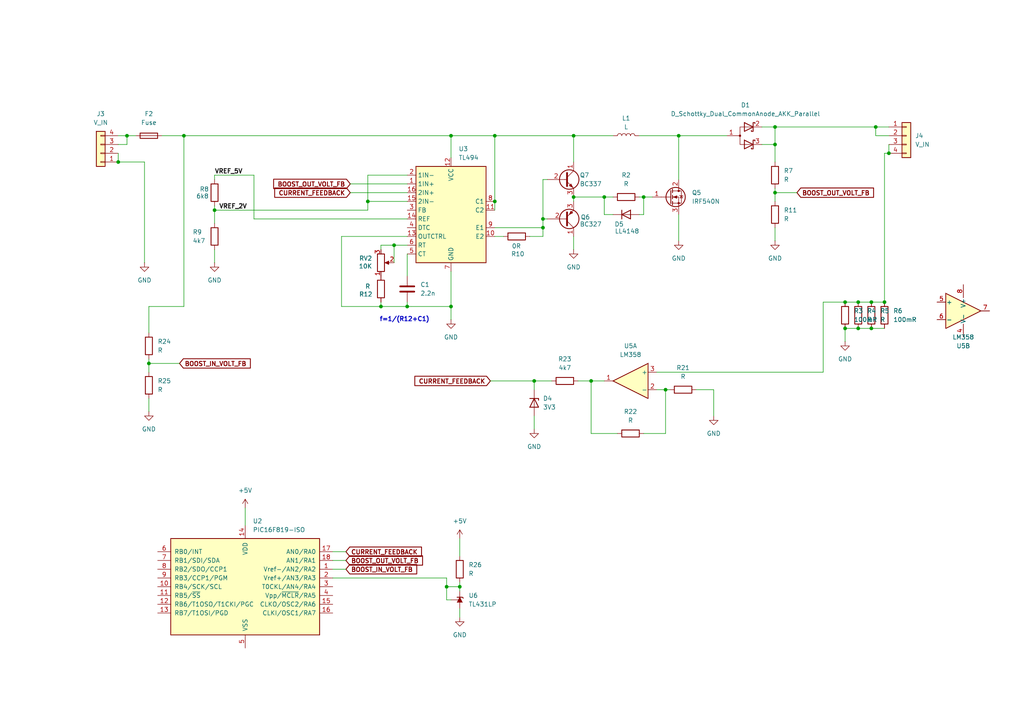
<source format=kicad_sch>
(kicad_sch (version 20231120) (generator "eeschema") (generator_version "8.0")
  (paper "A4")
  (lib_symbols
    (symbol "Amplifier_Operational:LM358" (pin_names (offset 0.127))
      (property "Reference" "U" (at 0 5.08 0))
      (property "Value" "LM358" (at 0 -5.08 0))
      (symbol "LM358_1_1"
        (polyline (pts (xy -5.08 5.08) (xy 5.08 0) (xy -5.08 -5.08) (xy -5.08 5.08)) (stroke (width 0.254)) (fill (type background)))
        (pin output line (at 7.62 0 180) (length 2.54) (name "~") (number "1"))
        (pin input line (at -7.62 -2.54 0) (length 2.54) (name "-") (number "2"))
        (pin input line (at -7.62 2.54 0) (length 2.54) (name "+") (number "3"))
      )
      (symbol "LM358_2_1"
        (polyline (pts (xy -5.08 5.08) (xy 5.08 0) (xy -5.08 -5.08) (xy -5.08 5.08)) (stroke (width 0.254)) (fill (type background)))
        (pin input line (at -7.62 2.54 0) (length 2.54) (name "+") (number "5"))
        (pin input line (at -7.62 -2.54 0) (length 2.54) (name "-") (number "6"))
        (pin output line (at 7.62 0 180) (length 2.54) (name "~") (number "7"))
      )
      (symbol "LM358_3_1"
        (pin power_in line (at -2.54 -7.62 90) (length 3.81) (name "V-") (number "4"))
        (pin power_in line (at -2.54 7.62 270) (length 3.81) (name "V+") (number "8"))
      )
    )
    (symbol "Connector_Generic:Conn_01x04" (pin_names (offset 1.016) hide)
      (property "Reference" "J" (at 0 5.08 0))
      (property "Value" "Conn_01x04" (at 0 -7.62 0))
      (symbol "Conn_01x04_1_1"
        (rectangle (start -1.27 -4.953) (end 0 -5.207) (stroke (width 0.1524)))
        (rectangle (start -1.27 -2.413) (end 0 -2.667) (stroke (width 0.1524)))
        (rectangle (start -1.27 0.127) (end 0 -0.127) (stroke (width 0.1524)))
        (rectangle (start -1.27 2.667) (end 0 2.413) (stroke (width 0.1524)))
        (rectangle (start -1.27 3.81) (end 1.27 -6.35) (stroke (width 0.254)) (fill (type background)))
        (pin passive line (at -5.08 2.54 0) (length 3.81) (name "Pin_1") (number "1"))
        (pin passive line (at -5.08 0 0) (length 3.81) (name "Pin_2") (number "2"))
        (pin passive line (at -5.08 -2.54 0) (length 3.81) (name "Pin_3") (number "3"))
        (pin passive line (at -5.08 -5.08 0) (length 3.81) (name "Pin_4") (number "4"))
      )
    )
    (symbol "Device:C" (pin_numbers hide) (pin_names (offset 0.254))
      (property "Reference" "C" (at 0.635 2.54 0))
      (property "Value" "C" (at 0.635 -2.54 0))
      (symbol "C_0_1"
        (polyline (pts (xy -2.032 -0.762) (xy 2.032 -0.762)) (stroke (width 0.508)))
        (polyline (pts (xy -2.032 0.762) (xy 2.032 0.762)) (stroke (width 0.508)))
      )
      (symbol "C_1_1"
        (pin passive line (at 0 3.81 270) (length 2.794) (name "~") (number "1"))
        (pin passive line (at 0 -3.81 90) (length 2.794) (name "~") (number "2"))
      )
    )
    (symbol "Device:D_Schottky_Dual_CommonAnode_AKK_Parallel" (pin_names (offset 0.762) hide)
      (property "Reference" "D" (at 0 5.08 0))
      (property "Value" "D_Schottky_Dual_CommonAnode_AKK_Parallel" (at 0 -5.08 0))
      (symbol "D_Schottky_Dual_CommonAnode_AKK_Parallel_0_1"
        (circle (center -1.27 0) (radius 0.254) (fill (type outline)))
        (polyline (pts (xy -1.27 0) (xy -2.54 0)))
        (polyline (pts (xy 2.54 2.54) (xy -1.27 2.54) (xy -1.27 -2.54) (xy 2.54 -2.54)))
        (polyline (pts (xy 0 -1.27) (xy 2.54 -2.54) (xy 0 -3.81) (xy 0 -1.27) (xy 0 -1.27) (xy 0 -1.27)) (stroke (width 0.254)))
        (polyline (pts (xy 0 3.81) (xy 2.54 2.54) (xy 0 1.27) (xy 0 3.81) (xy 0 3.81) (xy 0 3.81)) (stroke (width 0.254)))
        (polyline (pts (xy 3.048 -1.524) (xy 3.048 -1.27) (xy 2.54 -1.27) (xy 2.54 -3.81) (xy 2.032 -3.81) (xy 2.032 -3.556)) (stroke (width 0.254)))
        (polyline (pts (xy 3.048 3.556) (xy 3.048 3.81) (xy 2.54 3.81) (xy 2.54 1.27) (xy 2.032 1.27) (xy 2.032 1.524)) (stroke (width 0.254)))
        (pin passive line (at -5.08 0 0) (length 2.54) (name "A") (number "1"))
        (pin passive line (at 5.08 2.54 180) (length 2.54) (name "K") (number "2"))
        (pin passive line (at 5.08 -2.54 180) (length 2.54) (name "K") (number "3"))
      )
    )
    (symbol "Device:D_Zener" (pin_numbers hide) (pin_names (offset 1.016) hide)
      (property "Reference" "D" (at 0 2.54 0))
      (property "Value" "D_Zener" (at 0 -2.54 0))
      (symbol "D_Zener_0_1"
        (polyline (pts (xy 1.27 0) (xy -1.27 0)))
        (polyline (pts (xy -1.27 -1.27) (xy -1.27 1.27) (xy -0.762 1.27)) (stroke (width 0.254)))
        (polyline (pts (xy 1.27 -1.27) (xy 1.27 1.27) (xy -1.27 0) (xy 1.27 -1.27)) (stroke (width 0.254)))
      )
      (symbol "D_Zener_1_1"
        (pin passive line (at -3.81 0 0) (length 2.54) (name "K") (number "1"))
        (pin passive line (at 3.81 0 180) (length 2.54) (name "A") (number "2"))
      )
    )
    (symbol "Device:Fuse" (pin_numbers hide) (pin_names (offset 0))
      (property "Reference" "F" (at 2.032 0 90))
      (property "Value" "Fuse" (at -1.905 0 90))
      (symbol "Fuse_0_1"
        (rectangle (start -0.762 -2.54) (end 0.762 2.54) (stroke (width 0.254)))
        (polyline (pts (xy 0 2.54) (xy 0 -2.54)))
      )
      (symbol "Fuse_1_1"
        (pin passive line (at 0 3.81 270) (length 1.27) (name "~") (number "1"))
        (pin passive line (at 0 -3.81 90) (length 1.27) (name "~") (number "2"))
      )
    )
    (symbol "Device:L" (pin_numbers hide) (pin_names (offset 1.016) hide)
      (property "Reference" "L" (at -1.27 0 90))
      (property "Value" "L" (at 1.905 0 90))
      (symbol "L_0_1"
        (arc (start 0 -2.54) (mid 0.6323 -1.905) (end 0 -1.27))
        (arc (start 0 -1.27) (mid 0.6323 -0.635) (end 0 0))
        (arc (start 0 0) (mid 0.6323 0.635) (end 0 1.27))
        (arc (start 0 1.27) (mid 0.6323 1.905) (end 0 2.54))
      )
      (symbol "L_1_1"
        (pin passive line (at 0 3.81 270) (length 1.27) (name "1") (number "1"))
        (pin passive line (at 0 -3.81 90) (length 1.27) (name "2") (number "2"))
      )
    )
    (symbol "Device:R" (pin_numbers hide) (pin_names (offset 0))
      (property "Reference" "R" (at 2.032 0 90))
      (property "Value" "R" (at 0 0 90))
      (symbol "R_0_1"
        (rectangle (start -1.016 -2.54) (end 1.016 2.54) (stroke (width 0.254)))
      )
      (symbol "R_1_1"
        (pin passive line (at 0 3.81 270) (length 1.27) (name "~") (number "1"))
        (pin passive line (at 0 -3.81 90) (length 1.27) (name "~") (number "2"))
      )
    )
    (symbol "Device:R_Potentiometer" (pin_names (offset 1.016) hide)
      (property "Reference" "RV" (at -4.445 0 90))
      (property "Value" "R_Potentiometer" (at -2.54 0 90))
      (symbol "R_Potentiometer_0_1"
        (polyline (pts (xy 2.54 0) (xy 1.524 0)))
        (polyline (pts (xy 1.143 0) (xy 2.286 0.508) (xy 2.286 -0.508) (xy 1.143 0)) (fill (type outline)))
        (rectangle (start 1.016 2.54) (end -1.016 -2.54) (stroke (width 0.254)))
      )
      (symbol "R_Potentiometer_1_1"
        (pin passive line (at 0 3.81 270) (length 1.27) (name "1") (number "1"))
        (pin passive line (at 3.81 0 180) (length 1.27) (name "2") (number "2"))
        (pin passive line (at 0 -3.81 90) (length 1.27) (name "3") (number "3"))
      )
    )
    (symbol "Diode:LL4148" (pin_numbers hide) (pin_names hide)
      (property "Reference" "D" (at 0 2.54 0))
      (property "Value" "LL4148" (at 0 -2.54 0))
      (symbol "LL4148_0_1"
        (polyline (pts (xy -1.27 1.27) (xy -1.27 -1.27)) (stroke (width 0.254)))
        (polyline (pts (xy 1.27 0) (xy -1.27 0)))
        (polyline (pts (xy 1.27 1.27) (xy 1.27 -1.27) (xy -1.27 0) (xy 1.27 1.27)) (stroke (width 0.254)))
      )
      (symbol "LL4148_1_1"
        (pin passive line (at -3.81 0 0) (length 2.54) (name "K") (number "1"))
        (pin passive line (at 3.81 0 180) (length 2.54) (name "A") (number "2"))
      )
    )
    (symbol "MCU_Microchip_PIC16:PIC16F819-ISO" (pin_names (offset 1.016))
      (property "Reference" "U" (at 5.08 17.78 0))
      (property "Value" "PIC16F819-ISO" (at 5.08 15.24 0))
      (symbol "PIC16F819-ISO_0_1"
        (rectangle (start -21.59 13.97) (end 21.59 -13.97) (stroke (width 0.254)) (fill (type background)))
      )
      (symbol "PIC16F819-ISO_1_1"
        (pin bidirectional line (at 25.4 5.08 180) (length 3.81) (name "Vref-/AN2/RA2") (number "1"))
        (pin bidirectional line (at -25.4 0 0) (length 3.81) (name "RB4/SCK/SCL") (number "10"))
        (pin bidirectional line (at -25.4 -2.54 0) (length 3.81) (name "RB5/~{SS}") (number "11"))
        (pin bidirectional line (at -25.4 -5.08 0) (length 3.81) (name "RB6/T1OSO/T1CKI/PGC") (number "12"))
        (pin bidirectional line (at -25.4 -7.62 0) (length 3.81) (name "RB7/T1OSI/PGD") (number "13"))
        (pin power_in line (at 0 17.78 270) (length 3.81) (name "VDD") (number "14"))
        (pin bidirectional line (at 25.4 -5.08 180) (length 3.81) (name "CLKO/OSC2/RA6") (number "15"))
        (pin bidirectional line (at 25.4 -7.62 180) (length 3.81) (name "CLKI/OSC1/RA7") (number "16"))
        (pin bidirectional line (at 25.4 10.16 180) (length 3.81) (name "AN0/RA0") (number "17"))
        (pin bidirectional line (at 25.4 7.62 180) (length 3.81) (name "AN1/RA1") (number "18"))
        (pin bidirectional line (at 25.4 2.54 180) (length 3.81) (name "Vref+/AN3/RA3") (number "2"))
        (pin bidirectional line (at 25.4 0 180) (length 3.81) (name "T0CKL/AN4/RA4") (number "3"))
        (pin input line (at 25.4 -2.54 180) (length 3.81) (name "Vpp/~{MCLR}/RA5") (number "4"))
        (pin power_in line (at 0 -17.78 90) (length 3.81) (name "VSS") (number "5"))
        (pin bidirectional line (at -25.4 10.16 0) (length 3.81) (name "RB0/INT") (number "6"))
        (pin bidirectional line (at -25.4 7.62 0) (length 3.81) (name "RB1/SDI/SDA") (number "7"))
        (pin bidirectional line (at -25.4 5.08 0) (length 3.81) (name "RB2/SDO/CCP1") (number "8"))
        (pin bidirectional line (at -25.4 2.54 0) (length 3.81) (name "RB3/CCP1/PGM") (number "9"))
      )
    )
    (symbol "Reference_Voltage:TL431LP" (pin_numbers hide) (pin_names hide)
      (property "Reference" "U" (at -2.54 2.54 0))
      (property "Value" "TL431LP" (at 0 -2.54 0))
      (symbol "TL431LP_0_1"
        (polyline (pts (xy -1.27 0) (xy 0 0) (xy 1.27 0)))
        (polyline (pts (xy -0.762 0.762) (xy 0.762 0) (xy -0.762 -0.762)) (fill (type outline)))
        (polyline (pts (xy 0.508 -1.016) (xy 0.762 -0.762) (xy 0.762 0.762) (xy 0.762 0.762)) (stroke (width 0.254)))
      )
      (symbol "TL431LP_1_1"
        (pin passive line (at 0 2.54 270) (length 2.54) (name "REF") (number "1"))
        (pin passive line (at -2.54 0 0) (length 2.54) (name "A") (number "2"))
        (pin passive line (at 2.54 0 180) (length 2.54) (name "K") (number "3"))
      )
    )
    (symbol "Regulator_Controller:TL494"
      (property "Reference" "U" (at 3.81 19.05 0))
      (property "Value" "TL494" (at 3.81 16.51 0))
      (symbol "TL494_0_1"
        (rectangle (start -10.16 -12.7) (end 10.16 15.24) (stroke (width 0.254)) (fill (type background)))
      )
      (symbol "TL494_1_1"
        (pin input line (at -12.7 10.16 0) (length 2.54) (name "1IN+") (number "1"))
        (pin passive line (at 12.7 -5.08 180) (length 2.54) (name "E2") (number "10"))
        (pin passive line (at 12.7 2.54 180) (length 2.54) (name "C2") (number "11"))
        (pin power_in line (at 0 17.78 270) (length 2.54) (name "VCC") (number "12"))
        (pin input line (at -12.7 -5.08 0) (length 2.54) (name "OUTCTRL") (number "13"))
        (pin power_out line (at -12.7 0 0) (length 2.54) (name "REF") (number "14"))
        (pin input line (at -12.7 5.08 0) (length 2.54) (name "2IN-") (number "15"))
        (pin input line (at -12.7 7.62 0) (length 2.54) (name "2IN+") (number "16"))
        (pin input line (at -12.7 12.7 0) (length 2.54) (name "1IN-") (number "2"))
        (pin output line (at -12.7 2.54 0) (length 2.54) (name "FB") (number "3"))
        (pin input line (at -12.7 -2.54 0) (length 2.54) (name "DTC") (number "4"))
        (pin passive line (at -12.7 -10.16 0) (length 2.54) (name "CT") (number "5"))
        (pin passive line (at -12.7 -7.62 0) (length 2.54) (name "RT") (number "6"))
        (pin power_in line (at 0 -15.24 90) (length 2.54) (name "GND") (number "7"))
        (pin passive line (at 12.7 5.08 180) (length 2.54) (name "C1") (number "8"))
        (pin passive line (at 12.7 -2.54 180) (length 2.54) (name "E1") (number "9"))
      )
    )
    (symbol "Regulator_Linear:LM7805_TO220" (pin_names (offset 0.254))
      (property "Reference" "U" (at -3.81 3.175 0))
      (property "Value" "LM7805_TO220" (at 0 3.175 0))
      (symbol "LM7805_TO220_0_1"
        (rectangle (start -5.08 1.905) (end 5.08 -5.08) (stroke (width 0.254)) (fill (type background)))
      )
      (symbol "LM7805_TO220_1_1"
        (pin power_in line (at -7.62 0 0) (length 2.54) (name "VI") (number "1"))
        (pin power_in line (at 0 -7.62 90) (length 2.54) (name "GND") (number "2"))
        (pin power_out line (at 7.62 0 180) (length 2.54) (name "VO") (number "3"))
      )
    )
    (symbol "Transistor_BJT:BC327" (pin_names (offset 0) hide)
      (property "Reference" "Q" (at 5.08 1.905 0))
      (property "Value" "BC327" (at 5.08 0 0))
      (symbol "BC327_0_1"
        (polyline (pts (xy 0.635 0.635) (xy 2.54 2.54)))
        (polyline (pts (xy 0.635 -0.635) (xy 2.54 -2.54) (xy 2.54 -2.54)))
        (polyline (pts (xy 0.635 1.905) (xy 0.635 -1.905) (xy 0.635 -1.905)) (stroke (width 0.508)))
        (polyline (pts (xy 2.286 -1.778) (xy 1.778 -2.286) (xy 1.27 -1.27) (xy 2.286 -1.778) (xy 2.286 -1.778)) (fill (type outline)))
        (circle (center 1.27 0) (radius 2.8194) (stroke (width 0.254)))
      )
      (symbol "BC327_1_1"
        (pin passive line (at 2.54 5.08 270) (length 2.54) (name "C") (number "1"))
        (pin input line (at -5.08 0 0) (length 5.715) (name "B") (number "2"))
        (pin passive line (at 2.54 -5.08 90) (length 2.54) (name "E") (number "3"))
      )
    )
    (symbol "Transistor_BJT:BC337" (pin_names (offset 0) hide)
      (property "Reference" "Q" (at 5.08 1.905 0))
      (property "Value" "BC337" (at 5.08 0 0))
      (symbol "BC337_0_1"
        (polyline (pts (xy 0 0) (xy 0.635 0)))
        (polyline (pts (xy 0.635 0.635) (xy 2.54 2.54)))
        (polyline (pts (xy 0.635 -0.635) (xy 2.54 -2.54) (xy 2.54 -2.54)))
        (polyline (pts (xy 0.635 1.905) (xy 0.635 -1.905) (xy 0.635 -1.905)) (stroke (width 0.508)))
        (polyline (pts (xy 1.27 -1.778) (xy 1.778 -1.27) (xy 2.286 -2.286) (xy 1.27 -1.778) (xy 1.27 -1.778)) (fill (type outline)))
        (circle (center 1.27 0) (radius 2.8194) (stroke (width 0.254)))
      )
      (symbol "BC337_1_1"
        (pin passive line (at 2.54 5.08 270) (length 2.54) (name "C") (number "1"))
        (pin input line (at -5.08 0 0) (length 5.08) (name "B") (number "2"))
        (pin passive line (at 2.54 -5.08 90) (length 2.54) (name "E") (number "3"))
      )
    )
    (symbol "Transistor_FET:IRF540N" (pin_names hide)
      (property "Reference" "Q" (at 5.08 1.905 0))
      (property "Value" "IRF540N" (at 5.08 0 0))
      (symbol "IRF540N_0_1"
        (polyline (pts (xy 0.254 0) (xy -2.54 0)))
        (polyline (pts (xy 0.254 1.905) (xy 0.254 -1.905)) (stroke (width 0.254)))
        (polyline (pts (xy 0.762 -1.27) (xy 0.762 -2.286)) (stroke (width 0.254)))
        (polyline (pts (xy 0.762 0.508) (xy 0.762 -0.508)) (stroke (width 0.254)))
        (polyline (pts (xy 0.762 2.286) (xy 0.762 1.27)) (stroke (width 0.254)))
        (polyline (pts (xy 2.54 2.54) (xy 2.54 1.778)))
        (polyline (pts (xy 2.54 -2.54) (xy 2.54 0) (xy 0.762 0)))
        (polyline (pts (xy 0.762 -1.778) (xy 3.302 -1.778) (xy 3.302 1.778) (xy 0.762 1.778)))
        (polyline (pts (xy 1.016 0) (xy 2.032 0.381) (xy 2.032 -0.381) (xy 1.016 0)) (fill (type outline)))
        (polyline (pts (xy 2.794 0.508) (xy 2.921 0.381) (xy 3.683 0.381) (xy 3.81 0.254)))
        (polyline (pts (xy 3.302 0.381) (xy 2.921 -0.254) (xy 3.683 -0.254) (xy 3.302 0.381)))
        (circle (center 1.651 0) (radius 2.794) (stroke (width 0.254)))
        (circle (center 2.54 -1.778) (radius 0.254) (fill (type outline)))
        (circle (center 2.54 1.778) (radius 0.254) (fill (type outline)))
      )
      (symbol "IRF540N_1_1"
        (pin input line (at -5.08 0 0) (length 2.54) (name "G") (number "1"))
        (pin passive line (at 2.54 5.08 270) (length 2.54) (name "D") (number "2"))
        (pin passive line (at 2.54 -5.08 90) (length 2.54) (name "S") (number "3"))
      )
    )
    (symbol "power:+5V" (power) (pin_numbers hide) (pin_names (offset 0) hide)
      (property "Value" "+5V" (at 0 3.556 0))
      (symbol "+5V_0_1"
        (polyline (pts (xy -0.762 1.27) (xy 0 2.54)))
        (polyline (pts (xy 0 0) (xy 0 2.54)))
        (polyline (pts (xy 0 2.54) (xy 0.762 1.27)))
      )
      (symbol "+5V_1_1"
        (pin power_in line (at 0 0 90) (length 0) (name "~") (number "1"))
      )
    )
    (symbol "power:GND" (power) (pin_numbers hide) (pin_names (offset 0) hide)
      (property "Value" "GND" (at 0 -3.81 0))
      (symbol "GND_0_1"
        (polyline (pts (xy 0 0) (xy 0 -1.27) (xy 1.27 -1.27) (xy 0 -2.54) (xy -1.27 -1.27) (xy 0 -1.27)))
      )
      (symbol "GND_1_1"
        (pin power_in line (at 0 0 270) (length 0) (name "~") (number "1"))
      )
    )
  )
  (junction (at 224.79 36.83))
  (junction (at 186.69 57.15))
  (junction (at 110.49 88.9))
  (junction (at 43.18 105.41))
  (junction (at 157.48 63.5))
  (junction (at 114.3 71.12))
  (junction (at 256.54 87.63))
  (junction (at 129.54 170.18))
  (junction (at 248.92 95.25))
  (junction (at 118.11 88.9))
  (junction (at 193.04 113.03))
  (junction (at 143.51 39.37))
  (junction (at 254 36.83))
  (junction (at 196.85 39.37))
  (junction (at 130.81 39.37))
  (junction (at 36.83 39.37))
  (junction (at 143.51 58.42))
  (junction (at 252.73 87.63))
  (junction (at 245.11 87.63))
  (junction (at 166.37 57.15))
  (junction (at 130.81 88.9))
  (junction (at 157.48 66.04))
  (junction (at 252.73 95.25))
  (junction (at 175.26 57.15))
  (junction (at 224.79 55.88))
  (junction (at 62.23 60.96))
  (junction (at 171.45 110.49))
  (junction (at 106.68 58.42))
  (junction (at 245.11 95.25))
  (junction (at 166.37 39.37))
  (junction (at 133.35 170.18))
  (junction (at 257.81 44.45))
  (junction (at 224.79 41.91))
  (junction (at 34.29 46.99))
  (junction (at 53.34 39.37))
  (junction (at 248.92 87.63))
  (junction (at 154.94 110.49))
  (wire (pts (xy 143.51 39.37) (xy 130.81 39.37)))
  (wire (pts (xy 196.85 62.23) (xy 196.85 69.85)))
  (wire (pts (xy 46.99 39.37) (xy 53.34 39.37)))
  (wire (pts (xy 114.3 71.12) (xy 114.3 76.2)))
  (wire (pts (xy 118.11 73.66) (xy 118.11 80.01)))
  (wire (pts (xy 118.11 50.8) (xy 106.68 50.8)))
  (wire (pts (xy 185.42 62.23) (xy 186.69 62.23)))
  (wire (pts (xy 254 36.83) (xy 257.81 36.83)))
  (wire (pts (xy 143.51 39.37) (xy 143.51 58.42)))
  (wire (pts (xy 257.81 39.37) (xy 254 39.37)))
  (wire (pts (xy 171.45 110.49) (xy 175.26 110.49)))
  (wire (pts (xy 252.73 95.25) (xy 256.54 95.25)))
  (wire (pts (xy 224.79 66.04) (xy 224.79 69.85)))
  (wire (pts (xy 220.98 36.83) (xy 224.79 36.83)))
  (wire (pts (xy 245.11 87.63) (xy 248.92 87.63)))
  (wire (pts (xy 96.52 167.64) (xy 129.54 167.64)))
  (wire (pts (xy 96.52 162.56) (xy 100.33 162.56)))
  (wire (pts (xy 185.42 39.37) (xy 196.85 39.37)))
  (wire (pts (xy 130.81 173.99) (xy 129.54 173.99)))
  (wire (pts (xy 157.48 52.07) (xy 158.75 52.07)))
  (wire (pts (xy 245.11 95.25) (xy 245.11 99.06)))
  (wire (pts (xy 207.01 113.03) (xy 207.01 120.65)))
  (wire (pts (xy 160.02 110.49) (xy 154.94 110.49)))
  (wire (pts (xy 133.35 176.53) (xy 133.35 179.07)))
  (wire (pts (xy 190.5 113.03) (xy 193.04 113.03)))
  (wire (pts (xy 256.54 44.45) (xy 257.81 44.45)))
  (wire (pts (xy 96.52 160.02) (xy 100.33 160.02)))
  (wire (pts (xy 130.81 88.9) (xy 130.81 92.71)))
  (wire (pts (xy 62.23 50.8) (xy 62.23 52.07)))
  (wire (pts (xy 196.85 39.37) (xy 196.85 52.07)))
  (wire (pts (xy 224.79 41.91) (xy 224.79 46.99)))
  (wire (pts (xy 118.11 68.58) (xy 99.06 68.58)))
  (wire (pts (xy 36.83 39.37) (xy 39.37 39.37)))
  (wire (pts (xy 201.93 113.03) (xy 207.01 113.03)))
  (wire (pts (xy 186.69 62.23) (xy 186.69 57.15)))
  (wire (pts (xy 256.54 44.45) (xy 256.54 87.63)))
  (wire (pts (xy 142.24 110.49) (xy 154.94 110.49)))
  (wire (pts (xy 154.94 120.65) (xy 154.94 124.46)))
  (wire (pts (xy 62.23 72.39) (xy 62.23 76.2)))
  (wire (pts (xy 157.48 68.58) (xy 157.48 66.04)))
  (wire (pts (xy 36.83 41.91) (xy 36.83 39.37)))
  (wire (pts (xy 245.11 95.25) (xy 248.92 95.25)))
  (wire (pts (xy 238.76 87.63) (xy 245.11 87.63)))
  (wire (pts (xy 179.07 125.73) (xy 171.45 125.73)))
  (wire (pts (xy 62.23 60.96) (xy 106.68 60.96)))
  (wire (pts (xy 118.11 88.9) (xy 130.81 88.9)))
  (wire (pts (xy 96.52 165.1) (xy 100.33 165.1)))
  (wire (pts (xy 43.18 88.9) (xy 53.34 88.9)))
  (wire (pts (xy 186.69 57.15) (xy 189.23 57.15)))
  (wire (pts (xy 193.04 113.03) (xy 193.04 125.73)))
  (wire (pts (xy 166.37 57.15) (xy 166.37 58.42)))
  (wire (pts (xy 193.04 113.03) (xy 194.31 113.03)))
  (wire (pts (xy 34.29 46.99) (xy 41.91 46.99)))
  (wire (pts (xy 101.6 55.88) (xy 118.11 55.88)))
  (wire (pts (xy 196.85 39.37) (xy 210.82 39.37)))
  (wire (pts (xy 224.79 41.91) (xy 224.79 36.83)))
  (wire (pts (xy 62.23 59.69) (xy 62.23 60.96)))
  (wire (pts (xy 190.5 107.95) (xy 238.76 107.95)))
  (wire (pts (xy 99.06 68.58) (xy 99.06 88.9)))
  (wire (pts (xy 224.79 36.83) (xy 254 36.83)))
  (wire (pts (xy 53.34 39.37) (xy 53.34 88.9)))
  (wire (pts (xy 43.18 105.41) (xy 43.18 107.95)))
  (wire (pts (xy 238.76 107.95) (xy 238.76 87.63)))
  (wire (pts (xy 118.11 71.12) (xy 114.3 71.12)))
  (wire (pts (xy 129.54 173.99) (xy 129.54 170.18)))
  (wire (pts (xy 254 39.37) (xy 254 36.83)))
  (wire (pts (xy 101.6 53.34) (xy 118.11 53.34)))
  (wire (pts (xy 130.81 78.74) (xy 130.81 88.9)))
  (wire (pts (xy 166.37 46.99) (xy 166.37 39.37)))
  (wire (pts (xy 186.69 125.73) (xy 193.04 125.73)))
  (wire (pts (xy 257.81 41.91) (xy 257.81 44.45)))
  (wire (pts (xy 171.45 125.73) (xy 171.45 110.49)))
  (wire (pts (xy 166.37 39.37) (xy 143.51 39.37)))
  (wire (pts (xy 129.54 167.64) (xy 129.54 170.18)))
  (wire (pts (xy 43.18 115.57) (xy 43.18 119.38)))
  (wire (pts (xy 129.54 170.18) (xy 133.35 170.18)))
  (wire (pts (xy 166.37 68.58) (xy 166.37 72.39)))
  (wire (pts (xy 185.42 57.15) (xy 186.69 57.15)))
  (wire (pts (xy 175.26 62.23) (xy 175.26 57.15)))
  (wire (pts (xy 34.29 41.91) (xy 36.83 41.91)))
  (wire (pts (xy 143.51 58.42) (xy 143.51 60.96)))
  (wire (pts (xy 224.79 54.61) (xy 224.79 55.88)))
  (wire (pts (xy 130.81 39.37) (xy 130.81 45.72)))
  (wire (pts (xy 133.35 156.21) (xy 133.35 161.29)))
  (wire (pts (xy 34.29 39.37) (xy 36.83 39.37)))
  (wire (pts (xy 133.35 168.91) (xy 133.35 170.18)))
  (wire (pts (xy 43.18 105.41) (xy 52.07 105.41)))
  (wire (pts (xy 110.49 87.63) (xy 110.49 88.9)))
  (wire (pts (xy 43.18 104.14) (xy 43.18 105.41)))
  (wire (pts (xy 166.37 39.37) (xy 177.8 39.37)))
  (wire (pts (xy 157.48 66.04) (xy 157.48 63.5)))
  (wire (pts (xy 34.29 44.45) (xy 34.29 46.99)))
  (wire (pts (xy 118.11 87.63) (xy 118.11 88.9)))
  (wire (pts (xy 154.94 110.49) (xy 154.94 113.03)))
  (wire (pts (xy 224.79 55.88) (xy 224.79 58.42)))
  (wire (pts (xy 175.26 57.15) (xy 177.8 57.15)))
  (wire (pts (xy 177.8 62.23) (xy 175.26 62.23)))
  (wire (pts (xy 110.49 88.9) (xy 118.11 88.9)))
  (wire (pts (xy 41.91 46.99) (xy 41.91 76.2)))
  (wire (pts (xy 73.66 63.5) (xy 118.11 63.5)))
  (wire (pts (xy 110.49 71.12) (xy 110.49 72.39)))
  (wire (pts (xy 110.49 71.12) (xy 114.3 71.12)))
  (wire (pts (xy 106.68 58.42) (xy 106.68 60.96)))
  (wire (pts (xy 73.66 63.5) (xy 73.66 50.8)))
  (wire (pts (xy 166.37 57.15) (xy 175.26 57.15)))
  (wire (pts (xy 248.92 95.25) (xy 252.73 95.25)))
  (wire (pts (xy 167.64 110.49) (xy 171.45 110.49)))
  (wire (pts (xy 53.34 39.37) (xy 130.81 39.37)))
  (wire (pts (xy 133.35 170.18) (xy 133.35 171.45)))
  (wire (pts (xy 62.23 60.96) (xy 62.23 64.77)))
  (wire (pts (xy 62.23 50.8) (xy 73.66 50.8)))
  (wire (pts (xy 99.06 88.9) (xy 110.49 88.9)))
  (wire (pts (xy 118.11 58.42) (xy 106.68 58.42)))
  (wire (pts (xy 248.92 87.63) (xy 252.73 87.63)))
  (wire (pts (xy 43.18 88.9) (xy 43.18 96.52)))
  (wire (pts (xy 143.51 66.04) (xy 157.48 66.04)))
  (wire (pts (xy 71.12 147.32) (xy 71.12 152.4)))
  (wire (pts (xy 220.98 41.91) (xy 224.79 41.91)))
  (wire (pts (xy 157.48 63.5) (xy 157.48 52.07)))
  (wire (pts (xy 252.73 87.63) (xy 256.54 87.63)))
  (wire (pts (xy 158.75 63.5) (xy 157.48 63.5)))
  (wire (pts (xy 224.79 55.88) (xy 231.14 55.88)))
  (wire (pts (xy 106.68 50.8) (xy 106.68 58.42)))
  (wire (pts (xy 146.05 68.58) (xy 143.51 68.58)))
  (wire (pts (xy 153.67 68.58) (xy 157.48 68.58)))
  (text "f=1/(R12+C1)" (at 117.348 92.71 0) (effects (font (size 1.27 1.27) (thickness 0.254) (bold yes))))
  (label "VREF_2V" (at 63.5 60.96 0) (effects (font (bold yes))))
  (label "VREF_5V" (at 62.23 50.8 0) (effects (font (bold yes))))
  (global_label "BOOST_IN_VOLT_FB" (shape input) (at 52.07 105.41 0) (effects (font (bold yes))) (property "Intersheetrefs" "${INTERSHEET_REFS}" (effects (hide yes))))
  (global_label "CURRENT_FEEDBACK" (shape input) (at 142.24 110.49 180) (effects (font (bold yes))) (property "Intersheetrefs" "${INTERSHEET_REFS}" (effects (hide yes))))
  (global_label "CURRENT_FEEDBACK" (shape input) (at 100.33 160.02 0) (effects (font (bold yes))) (property "Intersheetrefs" "${INTERSHEET_REFS}" (effects (hide yes))))
  (global_label "CURRENT_FEEDBACK" (shape input) (at 101.6 55.88 180) (effects (font (bold yes))) (property "Intersheetrefs" "${INTERSHEET_REFS}" (effects (hide yes))))
  (global_label "BOOST_OUT_VOLT_FB" (shape input) (at 100.33 162.56 0) (effects (font (bold yes))) (property "Intersheetrefs" "${INTERSHEET_REFS}" (effects (hide yes))))
  (global_label "BOOST_IN_VOLT_FB" (shape input) (at 100.33 165.1 0) (effects (font (bold yes))) (property "Intersheetrefs" "${INTERSHEET_REFS}" (effects (hide yes))))
  (global_label "BOOST_OUT_VOLT_FB" (shape input) (at 101.6 53.34 180) (effects (font (bold yes))) (property "Intersheetrefs" "${INTERSHEET_REFS}" (effects (hide yes))))
  (global_label "BOOST_OUT_VOLT_FB" (shape input) (at 231.14 55.88 0) (effects (font (bold yes))) (property "Intersheetrefs" "${INTERSHEET_REFS}" (effects (hide yes))))
  (symbol (lib_id "Connector_Generic:Conn_01x04") (at 29.21 44.45 180) (unit 1)
    (property "Reference" "J3" (at 29.21 33.02 0))
    (property "Value" "V_IN" (at 29.21 35.56 0))
    (property "Description" "Generic connector, single row, 01x04, script generated (kicad-library-utils/schlib/autogen/connector/)" (effects (hide yes)))
  )
  (symbol (lib_id "power:GND") (at 224.79 69.85 0) (unit 1)
    (property "Reference" "#PWR06" (effects (hide yes)))
    (property "Value" "GND" (at 224.79 74.93 0))
    (property "Description" "Power symbol creates a global label with name \"GND\" , ground" (effects (hide yes)))
  )
  (symbol (lib_id "power:GND") (at 166.37 72.39 0) (unit 1)
    (property "Reference" "#PWR02" (effects (hide yes)))
    (property "Value" "GND" (at 166.37 77.47 0))
    (property "Description" "Power symbol creates a global label with name \"GND\" , ground" (effects (hide yes)))
  )
  (symbol (lib_id "Device:R") (at 181.61 57.15 90) (unit 1)
    (property "Reference" "R2" (at 181.61 50.8 90))
    (property "Value" "R" (at 181.61 53.34 90))
    (property "Footprint" "Resistor_SMD:R_0805_2012Metric" (effects (hide yes)))
    (property "Description" "Resistor" (effects (hide yes)))
  )
  (symbol (lib_id "power:GND") (at 133.35 179.07 0) (unit 1)
    (property "Reference" "#PWR031" (effects (hide yes)))
    (property "Value" "GND" (at 133.35 184.15 0))
    (property "Description" "Power symbol creates a global label with name \"GND\" , ground" (effects (hide yes)))
  )
  (symbol (lib_id "Transistor_BJT:BC337") (at 163.83 52.07 0) (unit 1)
    (property "Reference" "Q7" (at 168.148 50.8 0) (effects (justify left)))
    (property "Value" "BC337" (at 168.148 53.34 0) (effects (justify left)))
    (property "Footprint" "Package_TO_SOT_THT:TO-92_Inline" (effects (hide yes)))
    (property "Datasheet" "https://diotec.com/tl_files/diotec/files/pdf/datasheets/bc337.pdf" (effects (hide yes)))
    (property "Description" "0.8A Ic, 45V Vce, NPN Transistor, TO-92" (effects (hide yes)))
  )
  (symbol (lib_id "Reference_Voltage:TL431LP") (at 133.35 173.99 90) (unit 1)
    (property "Reference" "U6" (at 135.89 172.7199 90) (effects (justify right)))
    (property "Value" "TL431LP" (at 135.89 175.2599 90) (effects (justify right)))
    (property "Footprint" "Package_TO_SOT_THT:TO-92_Inline" (effects (hide yes)))
    (property "Datasheet" "http://www.ti.com/lit/ds/symlink/tl431.pdf" (effects (hide yes)))
    (property "Description" "Shunt Regulator, TO-92" (effects (hide yes)))
  )
  (symbol (lib_id "Device:R") (at 133.35 165.1 180) (unit 1)
    (property "Reference" "R26" (at 135.89 163.8299 0) (effects (justify right)))
    (property "Value" "R" (at 135.89 166.3699 0) (effects (justify right)))
    (property "Footprint" "Resistor_SMD:R_0805_2012Metric" (effects (hide yes)))
    (property "Description" "Resistor" (effects (hide yes)))
  )
  (symbol (lib_id "Device:R") (at 224.79 62.23 180) (unit 1)
    (property "Reference" "R11" (at 227.33 60.9599 0) (effects (justify right)))
    (property "Value" "R" (at 227.33 63.4999 0) (effects (justify right)))
    (property "Footprint" "Resistor_SMD:R_0805_2012Metric" (effects (hide yes)))
    (property "Description" "Resistor" (effects (hide yes)))
  )
  (symbol (lib_id "Device:C") (at 118.11 83.82 0) (unit 1)
    (property "Reference" "C1" (at 121.92 82.5499 0) (effects (justify left)))
    (property "Value" "2.2n" (at 121.92 85.0899 0) (effects (justify left)))
    (property "Description" "Unpolarized capacitor" (effects (hide yes)))
  )
  (symbol (lib_id "power:GND") (at 41.91 76.2 0) (unit 1)
    (property "Reference" "#PWR07" (effects (hide yes)))
    (property "Value" "GND" (at 41.91 81.28 0))
    (property "Description" "Power symbol creates a global label with name \"GND\" , ground" (effects (hide yes)))
  )
  (symbol (lib_id "power:+5V") (at 71.12 147.32 0) (unit 1)
    (property "Reference" "#PWR032" (effects (hide yes)))
    (property "Value" "+5V" (at 71.12 142.24 0))
    (property "Description" "Power symbol creates a global label with name \"+5V\"" (effects (hide yes)))
  )
  (symbol (lib_id "Device:R") (at 149.86 68.58 90) (unit 1)
    (property "Reference" "R10" (at 152.146 73.66 90) (effects (justify left)))
    (property "Value" "0R" (at 151.13 71.374 90) (effects (justify left)))
    (property "Footprint" "Resistor_SMD:R_0805_2012Metric" (effects (hide yes)))
    (property "Description" "Resistor" (effects (hide yes)))
  )
  (symbol (lib_id "Device:R") (at 62.23 68.58 0) (unit 1)
    (property "Reference" "R9" (at 55.88 67.31 0) (effects (justify left)))
    (property "Value" "4k7" (at 55.88 69.85 0) (effects (justify left)))
    (property "Footprint" "Resistor_SMD:R_0805_2012Metric" (effects (hide yes)))
    (property "Description" "Resistor" (effects (hide yes)))
  )
  (symbol (lib_id "Device:R") (at 245.11 91.44 180) (unit 1)
    (property "Reference" "R3" (at 247.65 90.1699 0) (effects (justify right)))
    (property "Value" "100mR" (at 247.65 92.7099 0) (effects (justify right)))
    (property "Footprint" "Resistor_SMD:R_0805_2012Metric" (effects (hide yes)))
    (property "Description" "Resistor" (effects (hide yes)))
  )
  (symbol (lib_id "Device:D_Schottky_Dual_CommonAnode_AKK_Parallel") (at 215.9 39.37 0) (unit 1)
    (property "Reference" "D1" (at 216.2175 30.48 0))
    (property "Value" "D_Schottky_Dual_CommonAnode_AKK_Parallel" (at 216.2175 33.02 0))
    (property "Description" "Dual Schottky diode, common anode on pin 1" (effects (hide yes)))
  )
  (symbol (lib_id "Regulator_Controller:TL494") (at 130.81 63.5 0) (unit 1)
    (property "Reference" "U3" (at 133.0041 43.18 0) (effects (justify left)))
    (property "Value" "TL494" (at 133.0041 45.72 0) (effects (justify left)))
    (property "Datasheet" "http://www.ti.com/lit/ds/symlink/tl494.pdf" (effects (hide yes)))
    (property "Description" "Pulse-Width-Modulation Control Circuits, PDIP-16/SOIC-16/TSSOP-16" (effects (hide yes)))
  )
  (symbol (lib_id "power:GND") (at 245.11 99.06 0) (unit 1)
    (property "Reference" "#PWR04" (effects (hide yes)))
    (property "Value" "GND" (at 245.11 104.14 0))
    (property "Description" "Power symbol creates a global label with name \"GND\" , ground" (effects (hide yes)))
  )
  (symbol (lib_id "Amplifier_Operational:LM358") (at 281.94 90.17 0) (unit 3)
    (property "Reference" "U5" (effects (hide yes)))
    (property "Value" "LM358" (effects (hide yes)))
    (property "Datasheet" "http://www.ti.com/lit/ds/symlink/lm2904-n.pdf" (effects (hide yes)))
    (property "Description" "Low-Power, Dual Operational Amplifiers, DIP-8/SOIC-8/TO-99-8" (effects (hide yes)))
  )
  (symbol (lib_id "Device:R") (at 256.54 91.44 180) (unit 1)
    (property "Reference" "R6" (at 259.08 90.1699 0) (effects (justify right)))
    (property "Value" "100mR" (at 259.08 92.7099 0) (effects (justify right)))
    (property "Footprint" "Resistor_SMD:R_0805_2012Metric" (effects (hide yes)))
    (property "Description" "Resistor" (effects (hide yes)))
  )
  (symbol (lib_id "Device:R") (at 252.73 91.44 180) (unit 1)
    (property "Reference" "R5" (at 255.27 90.1699 0) (effects (justify right)))
    (property "Value" "R" (at 255.27 92.7099 0) (effects (justify right)))
    (property "Footprint" "Resistor_SMD:R_0805_2012Metric" (effects (hide yes)))
    (property "Description" "Resistor" (effects (hide yes)))
  )
  (symbol (lib_id "Device:Fuse") (at 43.18 39.37 90) (unit 1)
    (property "Reference" "F2" (at 43.18 33.02 90))
    (property "Value" "Fuse" (at 43.18 35.56 90))
    (property "Description" "Fuse" (effects (hide yes)))
  )
  (symbol (lib_id "Device:L") (at 181.61 39.37 90) (unit 1)
    (property "Reference" "L1" (at 181.61 34.29 90))
    (property "Value" "L" (at 181.61 36.83 90))
    (property "Description" "Inductor" (effects (hide yes)))
  )
  (symbol (lib_id "Device:D_Zener") (at 154.94 116.84 270) (unit 1)
    (property "Reference" "D4" (at 157.48 115.5699 90) (effects (justify left)))
    (property "Value" "3V3" (at 157.48 118.1099 90) (effects (justify left)))
    (property "Description" "Zener diode" (effects (hide yes)))
  )
  (symbol (lib_id "Device:R") (at 110.49 83.82 0) (unit 1)
    (property "Reference" "R12" (at 104.14 85.344 0) (effects (justify left)))
    (property "Value" "R" (at 105.918 83.058 0) (effects (justify left)))
    (property "Footprint" "Resistor_SMD:R_0805_2012Metric" (effects (hide yes)))
    (property "Description" "Resistor" (effects (hide yes)))
  )
  (symbol (lib_id "power:GND") (at 207.01 120.65 0) (unit 1)
    (property "Reference" "#PWR028" (effects (hide yes)))
    (property "Value" "GND" (at 207.01 125.73 0))
    (property "Description" "Power symbol creates a global label with name \"GND\" , ground" (effects (hide yes)))
  )
  (symbol (lib_id "Regulator_Linear:LM7805_TO220") (at -30.48 132.08 0) (unit 1)
    (property "Reference" "U7" (at -30.48 125.73 0))
    (property "Value" "LM7805_TO220" (at -30.48 128.27 0))
    (property "Footprint" "Package_TO_SOT_THT:TO-220-3_Vertical" (effects (hide yes)))
    (property "Datasheet" "https://www.onsemi.cn/PowerSolutions/document/MC7800-D.PDF" (effects (hide yes)))
    (property "Description" "Positive 1A 35V Linear Regulator, Fixed Output 5V, TO-220" (effects (hide yes)))
  )
  (symbol (lib_id "MCU_Microchip_PIC16:PIC16F819-ISO") (at 71.12 170.18 0) (unit 1)
    (property "Reference" "U2" (at 73.3141 151.13 0) (effects (justify left)))
    (property "Value" "PIC16F819-ISO" (at 73.3141 153.67 0) (effects (justify left)))
    (property "Datasheet" "http://ww1.microchip.com/downloads/en/DeviceDoc/39598F.pdf" (effects (hide yes)))
    (property "Description" "PIC16F819, 3584B Flash, 256B SRAM, 256B EEPROM, ADC, SOIC18" (effects (hide yes)))
  )
  (symbol (lib_id "Connector_Generic:Conn_01x04") (at 262.89 39.37 0) (unit 1)
    (property "Reference" "J4" (at 265.43 39.3699 0) (effects (justify left)))
    (property "Value" "V_IN" (at 265.43 41.9099 0) (effects (justify left)))
    (property "Description" "Generic connector, single row, 01x04, script generated (kicad-library-utils/schlib/autogen/connector/)" (effects (hide yes)))
  )
  (symbol (lib_id "power:GND") (at 130.81 92.71 0) (unit 1)
    (property "Reference" "#PWR01" (effects (hide yes)))
    (property "Value" "GND" (at 130.81 97.79 0))
    (property "Description" "Power symbol creates a global label with name \"GND\" , ground" (effects (hide yes)))
  )
  (symbol (lib_id "power:GND") (at 196.85 69.85 0) (unit 1)
    (property "Reference" "#PWR03" (effects (hide yes)))
    (property "Value" "GND" (at 196.85 74.93 0))
    (property "Description" "Power symbol creates a global label with name \"GND\" , ground" (effects (hide yes)))
  )
  (symbol (lib_id "Device:R_Potentiometer") (at 110.49 76.2 0) (mirror x) (unit 1)
    (property "Reference" "RV2" (at 107.95 74.9299 0) (effects (justify right)))
    (property "Value" "10K" (at 107.95 77.216 0) (effects (justify right)))
    (property "Description" "Potentiometer" (effects (hide yes)))
  )
  (symbol (lib_id "Amplifier_Operational:LM358") (at 182.88 110.49 0) (mirror y) (unit 1)
    (property "Reference" "U5" (at 182.88 100.33 0))
    (property "Value" "LM358" (at 182.88 102.87 0))
    (property "Datasheet" "http://www.ti.com/lit/ds/symlink/lm2904-n.pdf" (effects (hide yes)))
    (property "Description" "Low-Power, Dual Operational Amplifiers, DIP-8/SOIC-8/TO-99-8" (effects (hide yes)))
  )
  (symbol (lib_id "Amplifier_Operational:LM358") (at 279.4 90.17 0) (unit 2)
    (property "Reference" "U5" (at 279.4 100.33 0))
    (property "Value" "LM358" (at 279.4 97.79 0))
    (property "Datasheet" "http://www.ti.com/lit/ds/symlink/lm2904-n.pdf" (effects (hide yes)))
    (property "Description" "Low-Power, Dual Operational Amplifiers, DIP-8/SOIC-8/TO-99-8" (effects (hide yes)))
  )
  (symbol (lib_id "power:GND") (at 154.94 124.46 0) (unit 1)
    (property "Reference" "#PWR029" (effects (hide yes)))
    (property "Value" "GND" (at 154.94 129.54 0))
    (property "Description" "Power symbol creates a global label with name \"GND\" , ground" (effects (hide yes)))
  )
  (symbol (lib_id "Device:R") (at 62.23 55.88 0) (unit 1)
    (property "Reference" "R8" (at 57.912 54.864 0) (effects (justify left)))
    (property "Value" "6k8" (at 56.896 56.896 0) (effects (justify left)))
    (property "Footprint" "Resistor_SMD:R_0805_2012Metric" (effects (hide yes)))
    (property "Description" "Resistor" (effects (hide yes)))
  )
  (symbol (lib_id "Device:R") (at 248.92 91.44 180) (unit 1)
    (property "Reference" "R4" (at 251.46 90.1699 0) (effects (justify right)))
    (property "Value" "R" (at 251.46 92.7099 0) (effects (justify right)))
    (property "Footprint" "Resistor_SMD:R_0805_2012Metric" (effects (hide yes)))
    (property "Description" "Resistor" (effects (hide yes)))
  )
  (symbol (lib_id "Device:R") (at 163.83 110.49 90) (unit 1)
    (property "Reference" "R23" (at 163.83 104.14 90))
    (property "Value" "4k7" (at 163.83 106.68 90))
    (property "Footprint" "Resistor_SMD:R_0805_2012Metric" (effects (hide yes)))
    (property "Description" "Resistor" (effects (hide yes)))
  )
  (symbol (lib_id "Device:R") (at 43.18 100.33 180) (unit 1)
    (property "Reference" "R24" (at 45.72 99.0599 0) (effects (justify right)))
    (property "Value" "R" (at 45.72 101.5999 0) (effects (justify right)))
    (property "Footprint" "Resistor_SMD:R_0805_2012Metric" (effects (hide yes)))
    (property "Description" "Resistor" (effects (hide yes)))
  )
  (symbol (lib_id "power:GND") (at 62.23 76.2 0) (unit 1)
    (property "Reference" "#PWR05" (effects (hide yes)))
    (property "Value" "GND" (at 62.23 81.28 0))
    (property "Description" "Power symbol creates a global label with name \"GND\" , ground" (effects (hide yes)))
  )
  (symbol (lib_id "power:+5V") (at 133.35 156.21 0) (unit 1)
    (property "Reference" "#PWR033" (effects (hide yes)))
    (property "Value" "+5V" (at 133.35 151.13 0))
    (property "Description" "Power symbol creates a global label with name \"+5V\"" (effects (hide yes)))
  )
  (symbol (lib_id "Device:R") (at 198.12 113.03 90) (unit 1)
    (property "Reference" "R21" (at 198.12 106.68 90))
    (property "Value" "R" (at 198.12 109.22 90))
    (property "Footprint" "Resistor_SMD:R_0805_2012Metric" (effects (hide yes)))
    (property "Description" "Resistor" (effects (hide yes)))
  )
  (symbol (lib_id "Transistor_BJT:BC327") (at 163.83 63.5 0) (mirror x) (unit 1)
    (property "Reference" "Q6" (at 168.402 62.992 0) (effects (justify left)))
    (property "Value" "BC327" (at 168.148 65.024 0) (effects (justify left)))
    (property "Footprint" "Package_TO_SOT_THT:TO-92_Inline" (effects (hide yes)))
    (property "Datasheet" "http://www.onsemi.com/pub_link/Collateral/BC327-D.PDF" (effects (hide yes)))
    (property "Description" "0.8A Ic, 45V Vce, PNP Transistor, TO-92" (effects (hide yes)))
  )
  (symbol (lib_id "Device:R") (at 182.88 125.73 90) (unit 1)
    (property "Reference" "R22" (at 182.88 119.38 90))
    (property "Value" "R" (at 182.88 121.92 90))
    (property "Footprint" "Resistor_SMD:R_0805_2012Metric" (effects (hide yes)))
    (property "Description" "Resistor" (effects (hide yes)))
  )
  (symbol (lib_id "Transistor_FET:IRF540N") (at 194.31 57.15 0) (unit 1)
    (property "Reference" "Q5" (at 200.66 55.8799 0) (effects (justify left)))
    (property "Value" "IRF540N" (at 200.66 58.4199 0) (effects (justify left)))
    (property "Footprint" "Package_TO_SOT_THT:TO-220-3_Vertical" (effects (hide yes)))
    (property "Datasheet" "http://www.irf.com/product-info/datasheets/data/irf540n.pdf" (effects (hide yes)))
    (property "Description" "33A Id, 100V Vds, HEXFET N-Channel MOSFET, TO-220" (effects (hide yes)))
  )
  (symbol (lib_id "Diode:LL4148") (at 181.61 62.23 0) (unit 1)
    (property "Reference" "D5" (at 179.578 65.024 0))
    (property "Value" "LL4148" (at 181.864 67.056 0))
    (property "Footprint" "Diode_SMD:D_MiniMELF" (effects (hide yes)))
    (property "Datasheet" "http://www.vishay.com/docs/85557/ll4148.pdf" (effects (hide yes)))
    (property "Description" "100V 0.15A standard switching diode, MiniMELF" (effects (hide yes)))
    (property "Sim.Device" "D" (effects (hide yes)))
    (property "Sim.Pins" "1=K 2=A" (effects (hide yes)))
  )
  (symbol (lib_id "Device:R") (at 43.18 111.76 180) (unit 1)
    (property "Reference" "R25" (at 45.72 110.4899 0) (effects (justify right)))
    (property "Value" "R" (at 45.72 113.0299 0) (effects (justify right)))
    (property "Footprint" "Resistor_SMD:R_0805_2012Metric" (effects (hide yes)))
    (property "Description" "Resistor" (effects (hide yes)))
  )
  (symbol (lib_id "Device:R") (at 224.79 50.8 180) (unit 1)
    (property "Reference" "R7" (at 227.33 49.5299 0) (effects (justify right)))
    (property "Value" "R" (at 227.33 52.0699 0) (effects (justify right)))
    (property "Footprint" "Resistor_SMD:R_0805_2012Metric" (effects (hide yes)))
    (property "Description" "Resistor" (effects (hide yes)))
  )
  (symbol (lib_id "power:GND") (at 43.18 119.38 0) (unit 1)
    (property "Reference" "#PWR030" (effects (hide yes)))
    (property "Value" "GND" (at 43.18 124.46 0))
    (property "Description" "Power symbol creates a global label with name \"GND\" , ground" (effects (hide yes)))
  )
)
</source>
